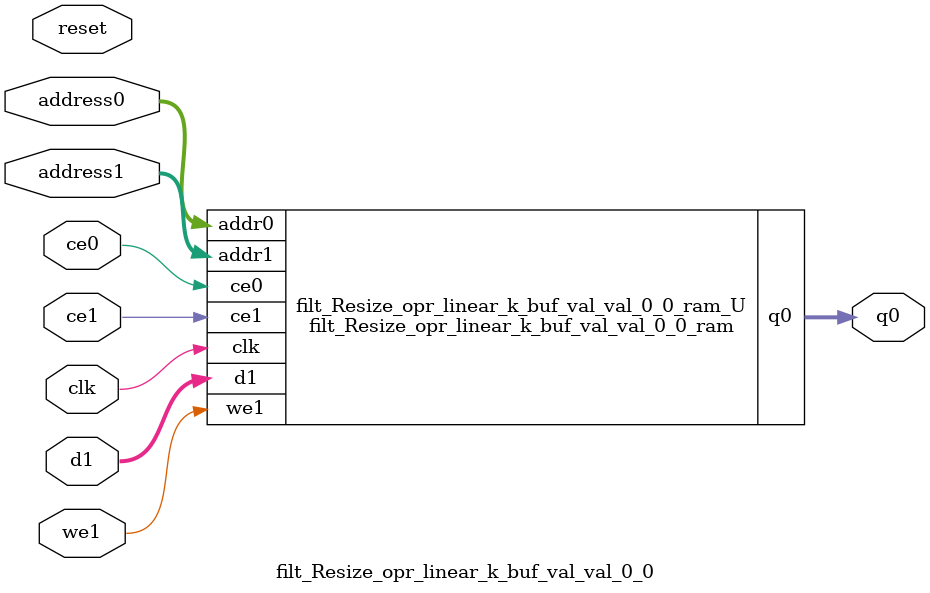
<source format=v>

`timescale 1 ns / 1 ps
module filt_Resize_opr_linear_k_buf_val_val_0_0_ram (addr0, ce0, q0, addr1, ce1, d1, we1,  clk);

parameter DWIDTH = 8;
parameter AWIDTH = 10;
parameter MEM_SIZE = 641;

input[AWIDTH-1:0] addr0;
input ce0;
output reg[DWIDTH-1:0] q0;
input[AWIDTH-1:0] addr1;
input ce1;
input[DWIDTH-1:0] d1;
input we1;
input clk;

(* ram_style = "block" *)reg [DWIDTH-1:0] ram[MEM_SIZE-1:0];




always @(posedge clk)  
begin 
    if (ce0) 
    begin
            q0 <= ram[addr0];
    end
end


always @(posedge clk)  
begin 
    if (ce1) 
    begin
        if (we1) 
        begin 
            ram[addr1] <= d1; 
        end 
    end
end


endmodule


`timescale 1 ns / 1 ps
module filt_Resize_opr_linear_k_buf_val_val_0_0(
    reset,
    clk,
    address0,
    ce0,
    q0,
    address1,
    ce1,
    we1,
    d1);

parameter DataWidth = 32'd8;
parameter AddressRange = 32'd641;
parameter AddressWidth = 32'd10;
input reset;
input clk;
input[AddressWidth - 1:0] address0;
input ce0;
output[DataWidth - 1:0] q0;
input[AddressWidth - 1:0] address1;
input ce1;
input we1;
input[DataWidth - 1:0] d1;



filt_Resize_opr_linear_k_buf_val_val_0_0_ram filt_Resize_opr_linear_k_buf_val_val_0_0_ram_U(
    .clk( clk ),
    .addr0( address0 ),
    .ce0( ce0 ),
    .q0( q0 ),
    .addr1( address1 ),
    .ce1( ce1 ),
    .d1( d1 ),
    .we1( we1 ));

endmodule


</source>
